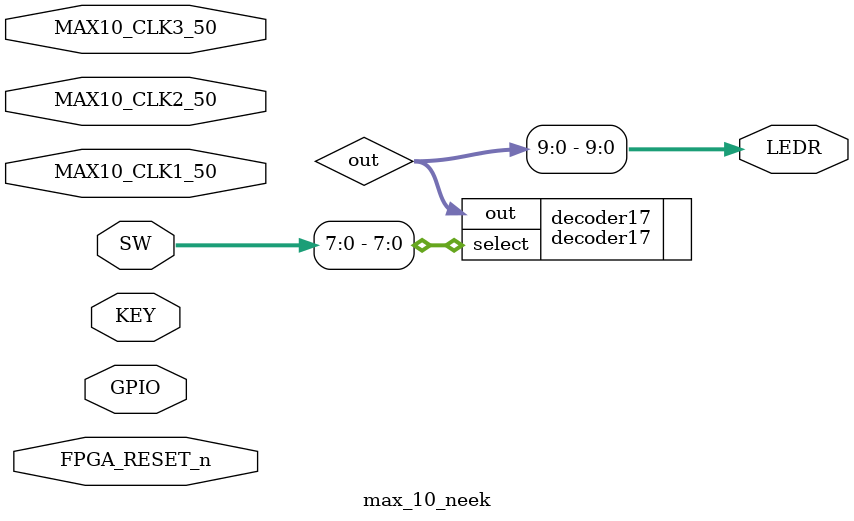
<source format=v>

`define ENABLE_GPIO
//`define ENABLE_GSENSOR
//`define ENABLE_HDMI
//`define ENABLE_HEX0
//`define ENABLE_HEX1
`define ENABLE_KEY
`define ENABLE_LEDR
//`define ENABLE_LSENSOR
`define ENABLE_MAX10
//`define ENABLE_MIPI
//`define ENABLE_MTL2
//`define ENABLE_NET
//`define ENABLE_PM
//`define ENABLE_PS2
//`define ENABLE_RH
//`define ENABLE_SD
`define ENABLE_SW
//`define ENABLE_UART

module max_10_neek(

`ifdef ENABLE_ADC
      ///////// ADC 3.3 V /////////
      input              ADC_CLK_10,
`endif	  
        
`ifdef ENABLE_AUDIO
      ///////// AUDIO 2.5 V /////////
      inout              AUDIO_BCLK,
      output             AUDIO_DIN_MFP1,
      input              AUDIO_DOUT_MFP2,
      inout              AUDIO_GPIO_MFP5,
      output             AUDIO_MCLK,
      input              AUDIO_MISO_MFP4,
      inout              AUDIO_RESET_n,
      output             AUDIO_SCLK_MFP3,
      output             AUDIO_SCL_SS_n,
      inout              AUDIO_SDA_MOSI,
      output             AUDIO_SPI_SELECT,
      inout              AUDIO_WCLK,
`endif
        
`ifdef ENABLE_CAMERA	
      // 2.5 V
      output             CAMERA_I2C_SCL,
      inout              CAMERA_I2C_SDA,
      // 3.3 V LVTTL
      output             CAMERA_PWDN_n,
`endif
        
`ifdef ENABLE_DAC	  
      ///////// DAC 3.3 V LVTTL /////////
      inout              DAC_DATA,
      output             DAC_SCLK,
      output             DAC_SYNC_n,
`endif
        
`ifdef ENABLE_DDR3
      // "SSTL-15 CLASS I"
      output      [14:0] DDR3_A,
      output      [2:0]  DDR3_BA,
      output             DDR3_CKE, 
      output             DDR3_CAS_n,
      output             DDR3_CS_n,
      output      [2:0]  DDR3_DM,
      inout       [23:0] DDR3_DQ,
      output             DDR3_ODT,
      output             DDR3_RAS_n,
      output             DDR3_RESET_n,
      output             DDR3_WE_n,
      // "DIFFERENTIAL 1.5-V SSTL CLASS I"
      inout              DDR3_CK_n,
      inout              DDR3_CK_p,
      inout       [2:0]  DDR3_DQS_n,
      inout       [2:0]  DDR3_DQS_p,
`endif 

`ifdef ENABLE_FLASH
      // "3.3-V LVTTL"
      inout       [3:0]  FLASH_DATA,
      output             FLASH_DCLK,
      output             FLASH_NCSO,
      output             FLASH_RESET_n,
`endif
       
      `ifdef ENABLE_GPIO
      // "3.3-V LVTTL"
      inout       [7:0]  GPIO,	 
      `endif	
       
`ifdef ENABLE_GSENSOR  
      // 2.5 V
      output             GSENSOR_CS_n,
      input       [2:1]  GSENSOR_INT,
      inout              GSENSOR_SCLK,
      inout              GSENSOR_SDI,
      inout              GSENSOR_SDO,
`endif  
        
`ifdef ENABLE_HDMI  
      // "3.3-V LVTTL"
      input              HDMI_AP,
      inout              HDMI_I2C_SCL,
      inout              HDMI_I2C_SDA,
      inout              HDMI_LRCLK,
      inout              HDMI_MCLK,
      input              HDMI_RX_CLK,
      input       [23:0] HDMI_RX_D,
      input              HDMI_RX_DE,
      inout              HDMI_RX_HS,
      input              HDMI_RX_INT1,
      inout              HDMI_RX_RESET_n,
      input              HDMI_RX_VS,
      inout              HDMI_SCLK,
`endif
        
`ifdef ENABLE_HEX0	  
      // "3.3-V LVTTL"
      output      [6:0]  HEX0,
`endif

`ifdef ENABLE_HEX1
      // "3.3-V LVTTL"
      output      [6:0]  HEX1,
`endif
        
`ifdef ENABLE_KEY
      // "1.5 V SCHMITT TRIGGER" 
      input       [4:0]  KEY,
`endif
        
`ifdef ENABLE_LEDR	  
      // "3.3-V LVTTL"
      output      [9:0]  LEDR,
`endif
        
`ifdef ENABLE_LSENSOR	  
      // "3.3-V LVTTL"
      inout              LSENSOR_INT,
      output             LSENSOR_SCL,
      inout              LSENSOR_SDA,
`endif
        
`ifdef ENABLE_MAX10	 
      //  "3.3-V LVTTL"
      input              MAX10_CLK1_50,
      input              MAX10_CLK2_50,
      input              MAX10_CLK3_50,
`endif
        
`ifdef ENABLE_MIPI
      // "3.3-V LVTTL"
      output             MIPI_CS_n,
      output             MIPI_I2C_SCL,
      inout              MIPI_I2C_SDA,
      input              MIPI_PIXEL_CLK,
      input       [23:0] MIPI_PIXEL_D,
      input              MIPI_PIXEL_HS,
      input              MIPI_PIXEL_VS,
      output             MIPI_REFCLK,
      output             MIPI_RESET_n,
`endif

`ifdef ENABLE_MTL2	  
      // "3.3-V LVTTL"
      output      [7:0]  MTL2_B,
      inout              MTL2_BL_ON_n,
      output             MTL2_DCLK,
      output      [7:0]  MTL2_G,
      output             MTL2_HSD,
      output             MTL2_I2C_SCL,
      inout              MTL2_I2C_SDA,
      input              MTL2_INT,
      output      [7:0]  MTL2_R,
      output             MTL2_VSD,
`endif
        
`ifdef ENABLE_NET
      // 2.5 V 
      output             NET_GTX_CLK,
      input              NET_INT_n,
      input              NET_LINK100,
      output             NET_MDC,
      inout              NET_MDIO,
      output             NET_RST_N,
      input              NET_RX_CLK,
      input              NET_RX_COL,
      input              NET_RX_CRS,
      input       [3:0]  NET_RX_D,
      input              NET_RX_DV,
      input              NET_RX_ER,
      input              NET_TX_CLK,
      output      [3:0]  NET_TX_D,
      output             NET_TX_EN,
      output             NET_TX_ER,
`endif
        
`ifdef ENABLE_PM	  
      //  "3.3-V LVTTL"
      output             PM_I2C_SCL,
      inout              PM_I2C_SDA,
`endif

`ifdef ENABLE_PS2
      // "3.3-V LVTTL"
      inout              PS2_CLK,
      inout              PS2_CLK2,
      inout              PS2_DAT,
      inout              PS2_DAT2,
`endif

`ifdef ENABLE_RH
      // "3.3-V LVTTL"
      input              RH_TEMP_DRDY_n,
      output             RH_TEMP_I2C_SCL,
      inout              RH_TEMP_I2C_SDA,
`endif
        
`ifdef ENABLE_SD
      // 2.5 V  
      output             SD_CLK,
      inout              SD_CMD,
      inout       [3:0]  SD_DATA,
`endif

`ifdef ENABLE_SW
      // 1.5 V 
      input       [9:0]  SW,
`endif
        
`ifdef ENABLE_UART
      // 2.5 V 
      output             UART_RESET_n,
      input              UART_RX,
      output             UART_TX,
`endif

      ///////// FPGA /////////
      input              FPGA_RESET_n

);

    wire [16:0] out;
    
    //cores
    decoder17 decoder17
    (
        .select      ( SW [7:0]     ),
        .out      ( out     ),
    );

	assign LEDR[9:0] = out[9:0];

endmodule

</source>
